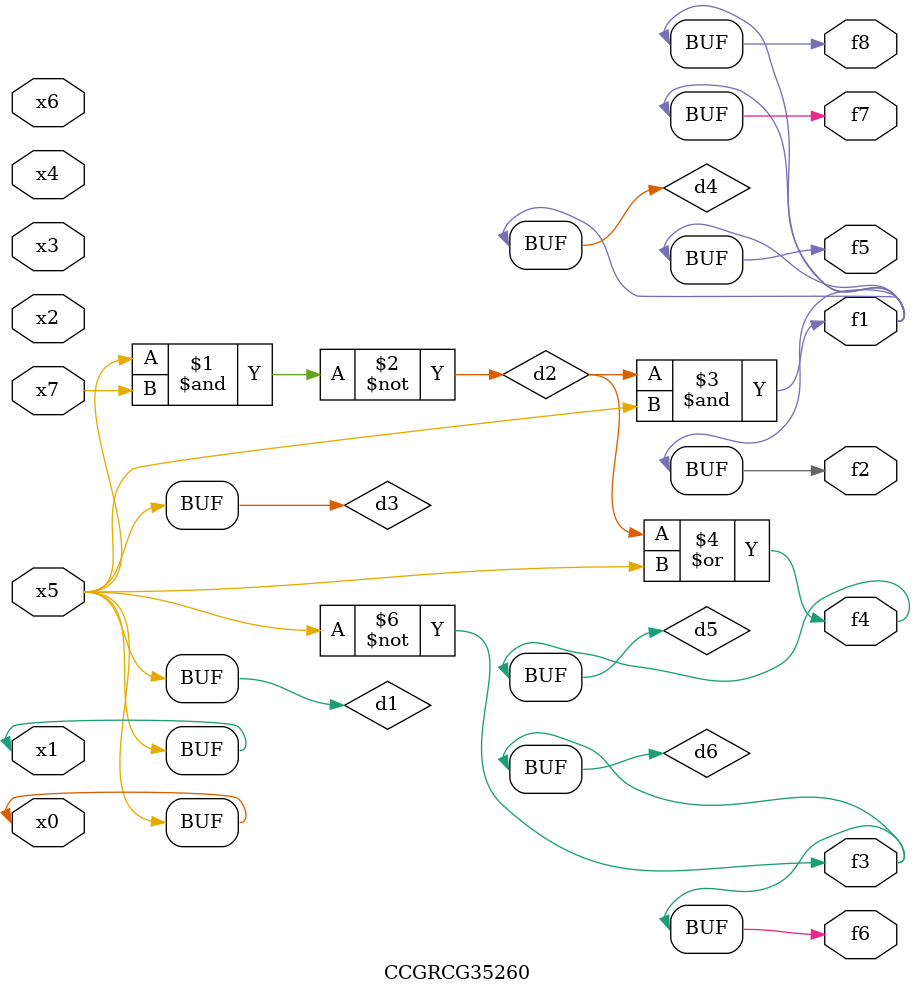
<source format=v>
module CCGRCG35260(
	input x0, x1, x2, x3, x4, x5, x6, x7,
	output f1, f2, f3, f4, f5, f6, f7, f8
);

	wire d1, d2, d3, d4, d5, d6;

	buf (d1, x0, x5);
	nand (d2, x5, x7);
	buf (d3, x0, x1);
	and (d4, d2, d3);
	or (d5, d2, d3);
	nor (d6, d1, d3);
	assign f1 = d4;
	assign f2 = d4;
	assign f3 = d6;
	assign f4 = d5;
	assign f5 = d4;
	assign f6 = d6;
	assign f7 = d4;
	assign f8 = d4;
endmodule

</source>
